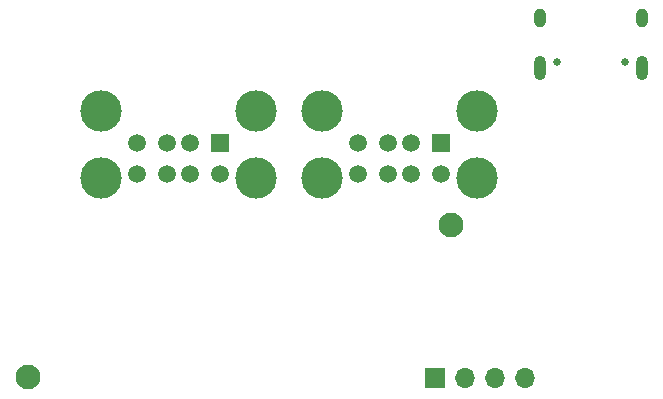
<source format=gbr>
%TF.GenerationSoftware,KiCad,Pcbnew,7.0.10-7.0.10~ubuntu22.04.1*%
%TF.CreationDate,2024-01-13T04:47:40-07:00*%
%TF.ProjectId,HIDHopper_Hub_Hat,48494448-6f70-4706-9572-5f4875625f48,rev?*%
%TF.SameCoordinates,Original*%
%TF.FileFunction,Soldermask,Bot*%
%TF.FilePolarity,Negative*%
%FSLAX46Y46*%
G04 Gerber Fmt 4.6, Leading zero omitted, Abs format (unit mm)*
G04 Created by KiCad (PCBNEW 7.0.10-7.0.10~ubuntu22.04.1) date 2024-01-13 04:47:40*
%MOMM*%
%LPD*%
G01*
G04 APERTURE LIST*
%ADD10R,1.500000X1.500000*%
%ADD11C,1.500000*%
%ADD12C,3.500000*%
%ADD13R,1.700000X1.700000*%
%ADD14O,1.700000X1.700000*%
%ADD15C,2.100000*%
%ADD16C,0.650000*%
%ADD17O,1.000000X2.100000*%
%ADD18O,1.000000X1.600000*%
G04 APERTURE END LIST*
D10*
%TO.C,J5*%
X155833946Y-76520000D03*
D11*
X153333946Y-76520000D03*
X151333946Y-76520000D03*
X148833946Y-76520000D03*
X155833946Y-79140000D03*
X153333946Y-79140000D03*
X151333946Y-79140000D03*
X148833946Y-79140000D03*
D12*
X158903946Y-73810000D03*
X145763946Y-73810000D03*
X158903946Y-79490000D03*
X145763946Y-79490000D03*
%TD*%
D13*
%TO.C,J2*%
X174050000Y-96430000D03*
D14*
X176590000Y-96430000D03*
X179130000Y-96430000D03*
X181670000Y-96430000D03*
%TD*%
D15*
%TO.C,REF\u002A\u002A*%
X139600000Y-96370000D03*
%TD*%
D16*
%TO.C,J7*%
X190120000Y-69660000D03*
X184340000Y-69660000D03*
D17*
X191550000Y-70190000D03*
D18*
X191550000Y-66010000D03*
D17*
X182910000Y-70190000D03*
D18*
X182910000Y-66010000D03*
%TD*%
D10*
%TO.C,J1*%
X174530000Y-76520000D03*
D11*
X172030000Y-76520000D03*
X170030000Y-76520000D03*
X167530000Y-76520000D03*
X174530000Y-79140000D03*
X172030000Y-79140000D03*
X170030000Y-79140000D03*
X167530000Y-79140000D03*
D12*
X177600000Y-73810000D03*
X164460000Y-73810000D03*
X177600000Y-79490000D03*
X164460000Y-79490000D03*
%TD*%
D15*
%TO.C,REF\u002A\u002A*%
X175420000Y-83460000D03*
%TD*%
M02*

</source>
